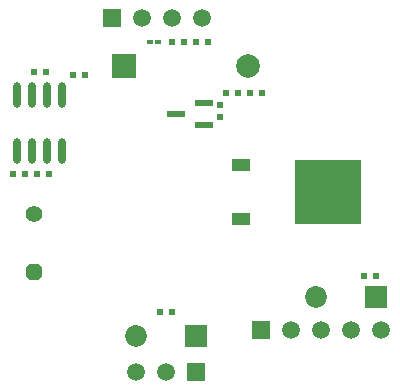
<source format=gbr>
G04 Layer_Color=255*
%FSLAX42Y42*%
%MOMM*%
%TF.FileFunction,Pads,Top*%
%TF.Part,Single*%
G01*
G75*
%TA.AperFunction,SMDPad,CuDef*%
%ADD10R,1.50X0.60*%
%ADD11R,1.60X1.00*%
%ADD12R,5.70X5.50*%
%ADD13R,0.60X0.50*%
%ADD14R,0.50X0.60*%
%ADD15R,0.50X0.30*%
%ADD16O,0.60X2.20*%
%TA.AperFunction,ComponentPad*%
%ADD18C,1.85*%
%ADD19R,1.85X1.85*%
G04:AMPARAMS|DCode=20|XSize=1.4mm|YSize=1.4mm|CornerRadius=0mm|HoleSize=0mm|Usage=FLASHONLY|Rotation=90.000|XOffset=0mm|YOffset=0mm|HoleType=Round|Shape=Octagon|*
%AMOCTAGOND20*
4,1,8,0.35,0.70,-0.35,0.70,-0.70,0.35,-0.70,-0.35,-0.35,-0.70,0.35,-0.70,0.70,-0.35,0.70,0.35,0.35,0.70,0.0*
%
%ADD20OCTAGOND20*%

%ADD21C,1.40*%
%ADD22C,2.00*%
%ADD23R,2.00X2.00*%
%ADD24C,1.50*%
%ADD25R,1.50X1.50*%
D10*
X1868Y2394D02*
D03*
Y2584D02*
D03*
X1638Y2489D02*
D03*
D11*
X2181Y2057D02*
D03*
Y1600D02*
D03*
D12*
X2921Y1829D02*
D03*
D13*
X863Y2819D02*
D03*
X763D02*
D03*
X2058Y2667D02*
D03*
X2158D02*
D03*
X1601Y3099D02*
D03*
X1701D02*
D03*
X533Y2845D02*
D03*
X433D02*
D03*
X2361Y2667D02*
D03*
X2261D02*
D03*
X1904Y3099D02*
D03*
X1804D02*
D03*
X255Y1981D02*
D03*
X355D02*
D03*
X458D02*
D03*
X558D02*
D03*
X1500Y813D02*
D03*
X1600D02*
D03*
X3327Y1118D02*
D03*
X3227D02*
D03*
D14*
X2007Y2564D02*
D03*
Y2464D02*
D03*
D15*
X1483Y3099D02*
D03*
X1413D02*
D03*
D16*
X673Y2653D02*
D03*
X546D02*
D03*
X419D02*
D03*
X292D02*
D03*
X673Y2173D02*
D03*
X546D02*
D03*
X419D02*
D03*
X292D02*
D03*
D18*
X1295Y610D02*
D03*
X2819Y940D02*
D03*
D19*
X1803Y610D02*
D03*
X3327Y940D02*
D03*
D20*
X432Y1153D02*
D03*
D21*
Y1641D02*
D03*
D22*
X2240Y2896D02*
D03*
D23*
X1194D02*
D03*
D24*
X1854Y3302D02*
D03*
X1600D02*
D03*
X1346D02*
D03*
X1549Y305D02*
D03*
X1295D02*
D03*
X3374Y660D02*
D03*
X3120D02*
D03*
X2866D02*
D03*
X2612D02*
D03*
D25*
X1092Y3302D02*
D03*
X1803Y305D02*
D03*
X2358Y660D02*
D03*
%TF.MD5,fd720e79974971b5ce9edff8c4040848*%
M02*

</source>
